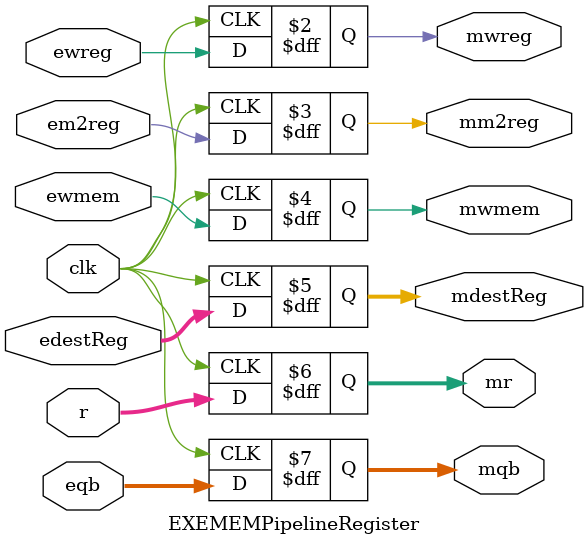
<source format=v>
`timescale 1ns / 1ps

module EXEMEMPipelineRegister(clk, ewreg, em2reg, ewmem, edestReg, r, eqb, mwreg, mm2reg, 
    mwmem, mdestReg, mr, mqb);
    input clk;
    input ewreg;
    input em2reg;
    input ewmem;
    input[4:0] edestReg;
    input[31:0] r;
    input[31:0] eqb;
    
    output mwreg;
    output mm2reg;
    output mwmem;
    output[4:0] mdestReg;
    output[31:0] mr;
    output[31:0] mqb;
    reg mwreg;
    reg mm2reg;
    reg mwmem;
    reg[4:0] mdestReg;
    reg[31:0] mr;
    reg[31:0] mqb;
    
   always @(posedge clk) begin
        mwreg = ewreg;
        mm2reg = em2reg;
        mwmem = ewmem;
        mdestReg = edestReg;
        mr = r;
        mqb = eqb;
    end
    
endmodule

</source>
